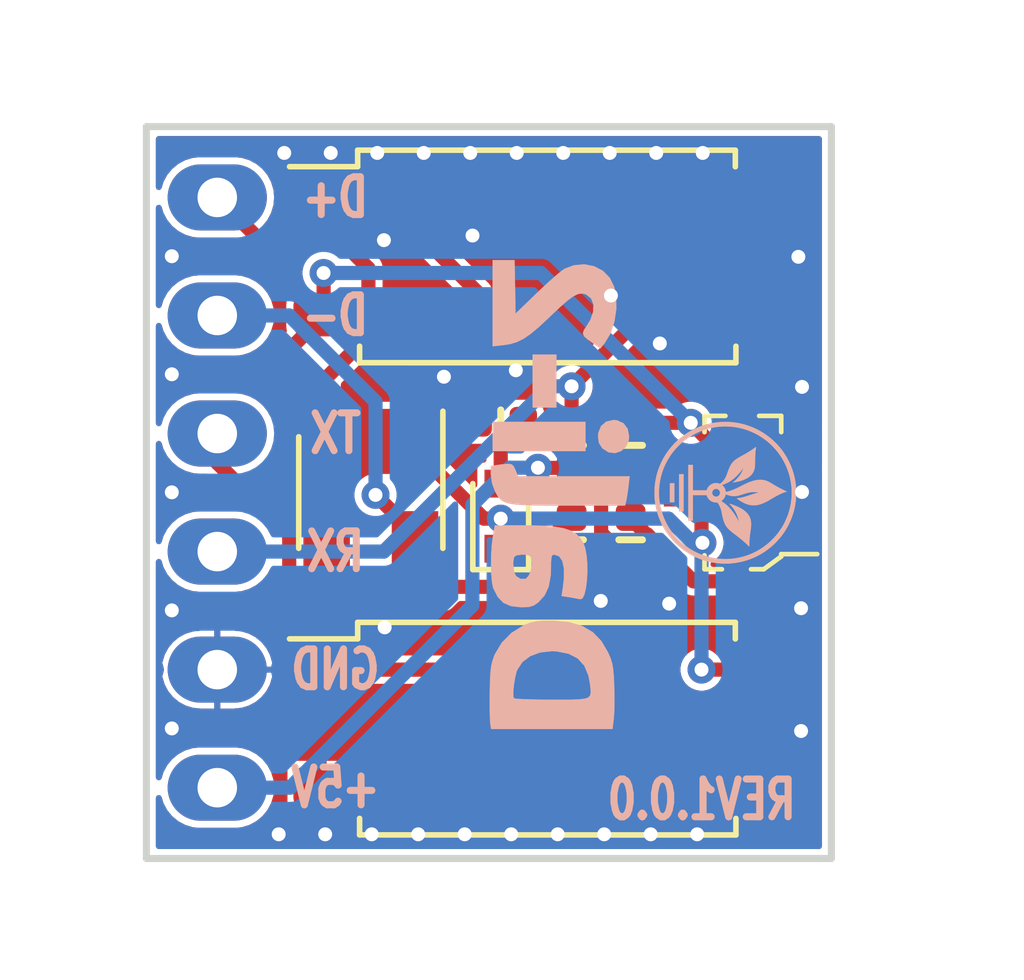
<source format=kicad_pcb>
(kicad_pcb (version 20211014) (generator pcbnew)
  (layers (0 "F.Cu" signal) (31 "B.Cu" signal) (34 "B.Paste" user) (35 "F.Paste" user) (36 "B.SilkS" user "B.Silkscreen") (37 "F.SilkS" user "F.Silkscreen") (38 "B.Mask" user) (39 "F.Mask" user) (44 "Edge.Cuts" user))
  (net 0 "")
  (net 1 "-dali")
  (net 2 "Net-(D1-Pad3)")
  (net 3 "+dali")
  (net 4 "Net-(D1-Pad1)")
  (net 5 "Net-(D2-Pad2)")
  (net 6 "dali_TX_(Any_GPIO)")
  (net 7 "dali_RX_(Interrupt_pin)")
  (net 8 "Net-(Q1-Pad1)")
  (net 9 "Net-(R1-Pad2)")
  (net 10 "Net-(R2-Pad1)")
  (net 11 "Net-(R3-Pad2)")
  (net 12 "+5V")
  (net 13 "GND")
  (footprint "GS_Local:SOT-143" (layer "F.Cu") (at 147.447 78.105 -90)
    (fp_text reference "D1")
    (fp_text value "BGX_50A_E6327")
    (pad "1" smd rect locked (at -1.1 -0.77 180) (size 1.2 1.4) (layers "F.Cu" "F.Paste" "F.Mask") (net 4 "Net-(D1-Pad1)"))
    (pad "2" smd rect locked (at -1.1 0.95 180) (size 1 1.4) (layers "F.Cu" "F.Paste" "F.Mask") (net 3 "+dali"))
    (pad "3" smd rect locked (at 1.1 0.95 180) (size 1 1.4) (layers "F.Cu" "F.Paste" "F.Mask") (net 2 "Net-(D1-Pad3)"))
    (pad "4" smd rect locked (at 1.1 -0.95 180) (size 1 1.4) (layers "F.Cu" "F.Paste" "F.Mask") (net 1 "-dali"))
  )
  (footprint "GS_Local:SOD-523" (layer "F.Cu") (at 150.241 78.613 90)
    (fp_text reference "D2")
    (fp_text value "D_Zener")
    (pad "1" smd rect locked (at -0.7 0 270) (size 0.6 0.7) (layers "F.Cu" "F.Paste" "F.Mask") (net 4 "Net-(D1-Pad1)"))
    (pad "2" smd rect locked (at 0.7 0 270) (size 0.6 0.7) (layers "F.Cu" "F.Paste" "F.Mask") (net 5 "Net-(D2-Pad2)"))
  )
  (footprint "GS_Local:SOT-23-3" (layer "F.Cu") (at 155.448 78.105 180)
    (fp_text reference "Q1")
    (fp_text value "MMBT2222A-TP")
    (pad "1" smd rect locked (at -1.05 -0.95 180) (size 1.3 0.6) (layers "F.Cu" "F.Paste" "F.Mask") (net 8 "Net-(Q1-Pad1)"))
    (pad "2" smd rect locked (at -1.05 0.95 180) (size 1.3 0.6) (layers "F.Cu" "F.Paste" "F.Mask") (net 2 "Net-(D1-Pad3)"))
    (pad "3" smd rect locked (at 1.05 0 180) (size 1.3 0.6) (layers "F.Cu" "F.Paste" "F.Mask") (net 4 "Net-(D1-Pad1)"))
  )
  (footprint "GS_Local:R_0402_alt" (layer "F.Cu") (at 151.765 79.121 -90)
    (fp_text reference "R1")
    (fp_text value "330")
    (pad "1" smd roundrect locked (at -0.485 0 270) (size 0.59 0.64) (layers "F.Cu" "F.Paste" "F.Mask") (net 6 "dali_TX_(Any_GPIO)"))
    (pad "2" smd roundrect locked (at 0.485 0 270) (size 0.59 0.64) (layers "F.Cu" "F.Paste" "F.Mask") (net 9 "Net-(R1-Pad2)"))
  )
  (footprint "GS_Local:R_0402_alt" (layer "F.Cu") (at 153.035 79.121 90)
    (fp_text reference "R2")
    (fp_text value "120")
    (pad "1" smd roundrect locked (at -0.485 0 90) (size 0.59 0.64) (layers "F.Cu" "F.Paste" "F.Mask") (net 10 "Net-(R2-Pad1)"))
    (pad "2" smd roundrect locked (at 0.485 0 90) (size 0.59 0.64) (layers "F.Cu" "F.Paste" "F.Mask") (net 8 "Net-(Q1-Pad1)"))
  )
  (footprint "GS_Local:R_0402_alt" (layer "F.Cu") (at 150.241 76.581 180)
    (fp_text reference "R3")
    (fp_text value "2.2k")
    (pad "1" smd roundrect locked (at -0.485 0 180) (size 0.59 0.64) (layers "F.Cu" "F.Paste" "F.Mask") (net 5 "Net-(D2-Pad2)"))
    (pad "2" smd roundrect locked (at 0.485 0 180) (size 0.59 0.64) (layers "F.Cu" "F.Paste" "F.Mask") (net 11 "Net-(R3-Pad2)"))
  )
  (footprint "GS_Local:R_0402_alt" (layer "F.Cu") (at 153.035 77.089 90)
    (fp_text reference "R4")
    (fp_text value "1k")
    (pad "1" smd roundrect locked (at -0.485 0 90) (size 0.59 0.64) (layers "F.Cu" "F.Paste" "F.Mask") (net 10 "Net-(R2-Pad1)"))
    (pad "2" smd roundrect locked (at 0.485 0 90) (size 0.59 0.64) (layers "F.Cu" "F.Paste" "F.Mask") (net 2 "Net-(D1-Pad3)"))
  )
  (footprint "GS_Local:R_0402_alt" (layer "F.Cu") (at 151.765 77.089 90)
    (fp_text reference "R5")
    (fp_text value "10k")
    (pad "1" smd roundrect locked (at -0.485 0 90) (size 0.59 0.64) (layers "F.Cu" "F.Paste" "F.Mask") (net 12 "+5V"))
    (pad "2" smd roundrect locked (at 0.485 0 90) (size 0.59 0.64) (layers "F.Cu" "F.Paste" "F.Mask") (net 7 "dali_RX_(Interrupt_pin)"))
  )
  (footprint "GS_Local:SOP-4_P2.54_300mil" (layer "F.Cu") (at 151.257 83.185)
    (fp_text reference "U1")
    (fp_text value "TCLT1000")
    (pad "1" smd roundrect locked (at -4.825 -1.27) (size 1.3 0.9) (layers "F.Cu" "F.Paste" "F.Mask") (net 9 "Net-(R1-Pad2)"))
    (pad "2" smd roundrect locked (at -4.825 1.27) (size 1.3 0.9) (layers "F.Cu" "F.Paste" "F.Mask") (net 13 "GND"))
    (pad "3" smd roundrect locked (at 4.825 1.27) (size 1.3 0.9) (layers "F.Cu" "F.Paste" "F.Mask") (net 10 "Net-(R2-Pad1)"))
    (pad "4" smd roundrect locked (at 4.825 -1.27) (size 1.3 0.9) (layers "F.Cu" "F.Paste" "F.Mask") (net 4 "Net-(D1-Pad1)"))
  )
  (footprint "GS_Local:SOP-4_P2.54_300mil" (layer "F.Cu") (at 151.257 73.025)
    (fp_text reference "U2")
    (fp_text value "TCLT1000")
    (pad "1" smd roundrect locked (at -4.825 -1.27) (size 1.3 0.9) (layers "F.Cu" "F.Paste" "F.Mask") (net 11 "Net-(R3-Pad2)"))
    (pad "2" smd roundrect locked (at -4.825 1.27) (size 1.3 0.9) (layers "F.Cu" "F.Paste" "F.Mask") (net 2 "Net-(D1-Pad3)"))
    (pad "3" smd roundrect locked (at 4.825 1.27) (size 1.3 0.9) (layers "F.Cu" "F.Paste" "F.Mask") (net 13 "GND"))
    (pad "4" smd roundrect locked (at 4.825 -1.27) (size 1.3 0.9) (layers "F.Cu" "F.Paste" "F.Mask") (net 7 "dali_RX_(Interrupt_pin)"))
  )
  (footprint "GS_Local:PinHeader_1x06_P2.54mm_Vertical_Male" (layer "F.Cu") (at 144.145 71.755)
    (fp_text reference "J1")
    (fp_text value "Conn_01x06")
    (pad "1" thru_hole oval locked (at 0 0) (size 2.1336 1.4224) (drill 0.849884) (layers *.Cu *.Mask) (net 3 "+dali"))
    (pad "2" thru_hole oval locked (at 0 2.54) (size 2.1336 1.4224) (drill 0.849884) (layers *.Cu *.Mask) (net 1 "-dali"))
    (pad "3" thru_hole oval locked (at 0 5.08) (size 2.1336 1.4224) (drill 0.849884) (layers *.Cu *.Mask) (net 6 "dali_TX_(Any_GPIO)"))
    (pad "4" thru_hole oval locked (at 0 7.62) (size 2.1336 1.4224) (drill 0.849884) (layers *.Cu *.Mask) (net 7 "dali_RX_(Interrupt_pin)"))
    (pad "5" thru_hole oval locked (at 0 10.16) (size 2.1336 1.4224) (drill 0.849884) (layers *.Cu *.Mask) (net 13 "GND"))
    (pad "6" thru_hole oval locked (at 0 12.7) (size 2.1336 1.4224) (drill 0.849884) (layers *.Cu *.Mask) (net 12 "+5V"))
  )
  (footprint "GS_Branding:GS_Logo2_3x3" (layer "B.Cu") (at 155.071 78.109 90)
    (fp_text reference "G***")
    (fp_text value "LOGO")
  )
  (footprint "GS_Branding:GS_.Dali-2_10.3x3.2" (layer "B.Cu") (at 151.515 78.109 90)
    (fp_text reference "G***" hide)
    (fp_text value "LOGO" hide)
  )
  (gr_line (start 157.353 70.231) (end 157.353 85.979) (layer "Edge.Cuts") (width 0.1524))
  (gr_line (start 142.621 70.231) (end 157.353 70.231) (layer "Edge.Cuts") (width 0.1524))
  (gr_line (start 142.621 85.979) (end 142.621 70.231) (layer "Edge.Cuts") (width 0.1524))
  (gr_line (start 157.353 85.979) (end 142.621 85.979) (layer "Edge.Cuts") (width 0.1524))
  (gr_text "REV1.0.0" (at 154.563 84.713) (layer "B.SilkS") (effects (font (size 0.8128 0.6096) (thickness 0.1524)) (justify mirror)))
  (gr_text "GND" (at 146.685 81.915) (layer "B.SilkS") (effects (font (size 0.8128 0.6096) (thickness 0.1524)) (justify mirror)))
  (gr_text "D-" (at 146.685 74.295) (layer "B.SilkS") (effects (font (size 0.8128 0.6096) (thickness 0.1524)) (justify mirror)))
  (gr_text "D+" (at 146.685 71.755) (layer "B.SilkS") (effects (font (size 0.8128 0.6096) (thickness 0.1524)) (justify mirror)))
  (gr_text "TX" (at 146.685 76.835) (layer "B.SilkS") (effects (font (size 0.8128 0.6096) (thickness 0.1524)) (justify mirror)))
  (gr_text "+5V" (at 146.685 84.455) (layer "B.SilkS") (effects (font (size 0.8128 0.6096) (thickness 0.1524)) (justify mirror)))
  (gr_text "RX" (at 146.685 79.375) (layer "B.SilkS") (effects (font (size 0.8128 0.6096) (thickness 0.1524)) (justify mirror)))
  (segment (start 148.397 79.0042) (end 147.5486 78.1558) (width 0.3048) (layer "F.Cu") (net 1))
  (segment (start 148.397 79.205) (end 148.397 79.0042) (width 0.3048) (layer "F.Cu") (net 1))
  (via (at 147.5486 78.1558) (size 0.6) (drill 0.3) (layers "F.Cu" "B.Cu") (net 1))
  (segment (start 147.5486 78.1558) (end 147.5486 76.1492) (width 0.3048) (layer "B.Cu") (net 1))
  (segment (start 147.5486 76.1492) (end 145.6944 74.295) (width 0.3048) (layer "B.Cu") (net 1))
  (segment (start 145.6944 74.295) (end 144.145 74.295) (width 0.3048) (layer "B.Cu") (net 1))
  (segment (start 145.695 78.203) (end 146.497 79.005) (width 0.3048) (layer "F.Cu") (net 2))
  (segment (start 146.432 74.295) (end 145.695 75.032) (width 0.3048) (layer "F.Cu") (net 2))
  (segment (start 145.695 77.951642) (end 145.695 78.203) (width 0.3048) (layer "F.Cu") (net 2))
  (segment (start 145.695 75.032) (end 145.695 76.058358) (width 0.3048) (layer "F.Cu") (net 2))
  (segment (start 154.879 77.155) (end 156.498 77.155) (width 0.3048) (layer "F.Cu") (net 2))
  (segment (start 145.692199 76.061159) (end 145.692199 77.948841) (width 0.3048) (layer "F.Cu") (net 2))
  (segment (start 146.432 74.295) (end 146.432 73.3816) (width 0.3048) (layer "F.Cu") (net 2))
  (segment (start 154.328 76.604) (end 154.879 77.155) (width 0.3048) (layer "F.Cu") (net 2))
  (segment (start 146.432 73.3816) (end 146.431 73.3806) (width 0.3048) (layer "F.Cu") (net 2))
  (segment (start 146.497 79.005) (end 146.497 79.205) (width 0.3048) (layer "F.Cu") (net 2))
  (segment (start 145.695 76.058358) (end 145.692199 76.061159) (width 0.3048) (layer "F.Cu") (net 2))
  (segment (start 145.692199 77.948841) (end 145.695 77.951642) (width 0.3048) (layer "F.Cu") (net 2))
  (segment (start 153.035 76.604) (end 154.328 76.604) (width 0.3048) (layer "F.Cu") (net 2))
  (via (at 146.431 73.3806) (size 0.6) (drill 0.3) (layers "F.Cu" "B.Cu") (net 2))
  (via (at 154.328 76.604) (size 0.6) (drill 0.3) (layers "F.Cu" "B.Cu") (net 2))
  (segment (start 151.1046 73.3806) (end 154.328 76.604) (width 0.3048) (layer "B.Cu") (net 2))
  (segment (start 146.431 73.3806) (end 151.1046 73.3806) (width 0.3048) (layer "B.Cu") (net 2))
  (segment (start 146.497 77.005) (end 146.497 75.629266) (width 0.3048) (layer "F.Cu") (net 3))
  (segment (start 145.0086 72.6186) (end 144.145 71.755) (width 0.3048) (layer "F.Cu") (net 3))
  (segment (start 146.7358 72.6186) (end 145.0086 72.6186) (width 0.3048) (layer "F.Cu") (net 3))
  (segment (start 146.497 75.629266) (end 147.38681 74.739456) (width 0.3048) (layer "F.Cu") (net 3))
  (segment (start 147.38681 74.63459) (end 147.395 74.6264) (width 0.3048) (layer "F.Cu") (net 3))
  (segment (start 147.395 73.2778) (end 146.7358 72.6186) (width 0.3048) (layer "F.Cu") (net 3))
  (segment (start 147.38681 74.739456) (end 147.38681 74.63459) (width 0.3048) (layer "F.Cu") (net 3))
  (segment (start 147.395 74.6264) (end 147.395 73.2778) (width 0.3048) (layer "F.Cu") (net 3))
  (segment (start 154.305 78.266) (end 154.144 78.105) (width 0.3048) (layer "F.Cu") (net 4))
  (segment (start 149.877402 78.665402) (end 150.241 78.665402) (width 0.3048) (layer "F.Cu") (net 4))
  (segment (start 154.559 78.266) (end 154.559 79.165024) (width 0.3048) (layer "F.Cu") (net 4))
  (segment (start 148.217 77.005) (end 149.877402 78.665402) (width 0.3048) (layer "F.Cu") (net 4))
  (segment (start 154.559 79.165024) (end 154.579416 79.18544) (width 0.3048) (layer "F.Cu") (net 4))
  (segment (start 150.241 79.313) (end 150.241 78.665402) (width 0.3048) (layer "F.Cu") (net 4))
  (segment (start 156.082 81.915) (end 154.559 81.915) (width 0.3048) (layer "F.Cu") (net 4))
  (via (at 154.579416 79.18544) (size 0.6) (drill 0.3) (layers "F.Cu" "B.Cu") (net 4))
  (via (at 150.241 78.665402) (size 0.6) (drill 0.3) (layers "F.Cu" "B.Cu") (net 4))
  (via (at 154.559 81.915) (size 0.6) (drill 0.3) (layers "F.Cu" "B.Cu") (net 4))
  (segment (start 153.849402 78.665402) (end 154.36944 79.18544) (width 0.3048) (layer "B.Cu") (net 4))
  (segment (start 154.36944 79.18544) (end 154.579416 79.18544) (width 0.3048) (layer "B.Cu") (net 4))
  (segment (start 150.241 78.665402) (end 153.8478 78.665402) (width 0.3048) (layer "B.Cu") (net 4))
  (segment (start 154.559 79.205856) (end 154.579416 79.18544) (width 0.3048) (layer "B.Cu") (net 4))
  (segment (start 154.559 81.915) (end 154.559 79.205856) (width 0.3048) (layer "B.Cu") (net 4))
  (segment (start 150.241 77.066) (end 150.726 76.581) (width 0.3048) (layer "F.Cu") (net 5))
  (segment (start 150.241 77.913) (end 150.241 77.066) (width 0.3048) (layer "F.Cu") (net 5))
  (segment (start 149.201801 80.148841) (end 149.201801 80.133601) (width 0.3048) (layer "F.Cu") (net 6))
  (segment (start 147.395 80.505) (end 147.395 80.46796) (width 0.3048) (layer "F.Cu") (net 6))
  (segment (start 147.395 80.46796) (end 147.50796 80.355) (width 0.3048) (layer "F.Cu") (net 6))
  (segment (start 144.145 77.47) (end 145.692199 79.017199) (width 0.3048) (layer "F.Cu") (net 6))
  (segment (start 146.048358 80.505) (end 147.395 80.505) (width 0.3048) (layer "F.Cu") (net 6))
  (segment (start 150.650799 80.133601) (end 151.0284 79.756) (width 0.3048) (layer "F.Cu") (net 6))
  (segment (start 145.692199 80.148841) (end 146.048358 80.505) (width 0.3048) (layer "F.Cu") (net 6))
  (segment (start 144.145 76.835) (end 144.145 77.47) (width 0.3048) (layer "F.Cu") (net 6))
  (segment (start 151.0284 79.756) (end 151.0284 79.3726) (width 0.3048) (layer "F.Cu") (net 6))
  (segment (start 149.201801 80.133601) (end 150.650799 80.133601) (width 0.3048) (layer "F.Cu") (net 6))
  (segment (start 147.50796 80.355) (end 148.995642 80.355) (width 0.3048) (layer "F.Cu") (net 6))
  (segment (start 145.692199 79.017199) (end 145.692199 80.148841) (width 0.3048) (layer "F.Cu") (net 6))
  (segment (start 151.0284 79.3726) (end 151.765 78.636) (width 0.3048) (layer "F.Cu") (net 6))
  (segment (start 148.995642 80.355) (end 149.201801 80.148841) (width 0.3048) (layer "F.Cu") (net 6))
  (segment (start 156.082 71.755) (end 155.829008 71.755) (width 0.3048) (layer "F.Cu") (net 7))
  (segment (start 151.765 75.819008) (end 151.765008 75.819) (width 0.3048) (layer "F.Cu") (net 7))
  (segment (start 151.765 76.604) (end 151.765 75.819008) (width 0.3048) (layer "F.Cu") (net 7))
  (segment (start 155.829008 71.755) (end 151.765008 75.819) (width 0.3048) (layer "F.Cu") (net 7))
  (via (at 151.765008 75.819) (size 0.6) (drill 0.3) (layers "F.Cu" "B.Cu") (net 7))
  (segment (start 151.281 75.819) (end 151.765008 75.819) (width 0.3048) (layer "B.Cu") (net 7))
  (segment (start 147.725 79.375) (end 151.281 75.819) (width 0.3048) (layer "B.Cu") (net 7))
  (segment (start 144.145 79.375) (end 147.725 79.375) (width 0.3048) (layer "B.Cu") (net 7))
  (segment (start 154.38475 80.01525) (end 155.53775 80.01525) (width 0.3048) (layer "F.Cu") (net 8))
  (segment (start 153.65981 79.29031) (end 154.38475 80.01525) (width 0.3048) (layer "F.Cu") (net 8))
  (segment (start 155.53775 80.01525) (end 156.498 79.055) (width 0.3048) (layer "F.Cu") (net 8))
  (segment (start 153.035 78.636) (end 153.035 78.6655) (width 0.1524) (layer "F.Cu") (net 8))
  (segment (start 153.65981 79.271146) (end 153.65981 79.29031) (width 0.3048) (layer "F.Cu") (net 8))
  (segment (start 153.37569 79.00619) (end 153.394854 79.00619) (width 0.3048) (layer "F.Cu") (net 8))
  (segment (start 153.035 78.6655) (end 153.37569 79.00619) (width 0.3048) (layer "F.Cu") (net 8))
  (segment (start 153.394854 79.00619) (end 153.65981 79.271146) (width 0.3048) (layer "F.Cu") (net 8))
  (segment (start 149.456 81.915) (end 149.835 81.915) (width 0.3048) (layer "F.Cu") (net 9))
  (segment (start 146.432 81.915) (end 149.456 81.915) (width 0.3048) (layer "F.Cu") (net 9))
  (segment (start 149.835 81.915) (end 151.765 79.985) (width 0.3048) (layer "F.Cu") (net 9))
  (segment (start 151.765 79.985) (end 151.765 79.606) (width 0.3048) (layer "F.Cu") (net 9))
  (segment (start 154.94 84.455) (end 156.082 84.455) (width 0.3048) (layer "F.Cu") (net 10))
  (segment (start 152.4 78.971) (end 153.035 79.606) (width 0.3048) (layer "F.Cu") (net 10))
  (segment (start 153.035 82.55) (end 154.94 84.455) (width 0.3048) (layer "F.Cu") (net 10))
  (segment (start 153.035 77.574) (end 152.4 78.209) (width 0.3048) (layer "F.Cu") (net 10))
  (segment (start 152.4 78.209) (end 152.4 78.971) (width 0.3048) (layer "F.Cu") (net 10))
  (segment (start 153.035 79.606) (end 153.035 82.55) (width 0.3048) (layer "F.Cu") (net 10))
  (segment (start 146.432 71.755) (end 147.701 71.755) (width 0.3048) (layer "F.Cu") (net 11))
  (segment (start 147.701 71.755) (end 149.756 73.81) (width 0.3048) (layer "F.Cu") (net 11))
  (segment (start 149.756 73.81) (end 149.756 76.581) (width 0.3048) (layer "F.Cu") (net 11))
  (segment (start 151.765 77.574) (end 151.045018 77.574) (width 0.3048) (layer "F.Cu") (net 12))
  (segment (start 151.045018 77.574) (end 151.041389 77.570371) (width 0.3048) (layer "F.Cu") (net 12))
  (via (at 151.041389 77.570371) (size 0.6) (drill 0.3) (layers "F.Cu" "B.Cu") (net 12))
  (segment (start 149.6314 78.3686) (end 149.6314 80.53324) (width 0.3048) (layer "B.Cu") (net 12))
  (segment (start 150.429629 77.570371) (end 149.6314 78.3686) (width 0.3048) (layer "B.Cu") (net 12))
  (segment (start 151.041389 77.570371) (end 150.429629 77.570371) (width 0.3048) (layer "B.Cu") (net 12))
  (segment (start 145.70964 84.455) (end 144.145 84.455) (width 0.3048) (layer "B.Cu") (net 12))
  (segment (start 149.6314 80.53324) (end 145.70964 84.455) (width 0.3048) (layer "B.Cu") (net 12))
  (via (at 143.1671 73.01992) (size 0.6) (drill 0.3) (layers "F.Cu" "B.Cu") (net 13))
  (via (at 143.1671 75.55992) (size 0.6) (drill 0.3) (layers "F.Cu" "B.Cu") (net 13))
  (via (at 143.1671 78.09992) (size 0.6) (drill 0.3) (layers "F.Cu" "B.Cu") (net 13))
  (via (at 143.1671 80.63992) (size 0.6) (drill 0.3) (layers "F.Cu" "B.Cu") (net 13))
  (via (at 143.1671 83.17992) (size 0.6) (drill 0.3) (layers "F.Cu" "B.Cu") (net 13))
  (via (at 146.4658 85.4583) (size 0.6) (drill 0.3) (layers "F.Cu" "B.Cu") (net 13))
  (via (at 147.4658 85.4583) (size 0.6) (drill 0.3) (layers "F.Cu" "B.Cu") (net 13))
  (via (at 148.4658 85.4583) (size 0.6) (drill 0.3) (layers "F.Cu" "B.Cu") (net 13))
  (via (at 149.4658 85.4583) (size 0.6) (drill 0.3) (layers "F.Cu" "B.Cu") (net 13))
  (via (at 150.4658 85.4583) (size 0.6) (drill 0.3) (layers "F.Cu" "B.Cu") (net 13))
  (via (at 151.4658 85.4583) (size 0.6) (drill 0.3) (layers "F.Cu" "B.Cu") (net 13))
  (via (at 152.4658 85.4583) (size 0.6) (drill 0.3) (layers "F.Cu" "B.Cu") (net 13))
  (via (at 153.4658 85.4583) (size 0.6) (drill 0.3) (layers "F.Cu" "B.Cu") (net 13))
  (via (at 154.4658 85.4583) (size 0.6) (drill 0.3) (layers "F.Cu" "B.Cu") (net 13))
  (via (at 145.58518 70.79742) (size 0.6) (drill 0.3) (layers "F.Cu" "B.Cu") (net 13))
  (via (at 146.58518 70.79742) (size 0.6) (drill 0.3) (layers "F.Cu" "B.Cu") (net 13))
  (via (at 147.58518 70.79742) (size 0.6) (drill 0.3) (layers "F.Cu" "B.Cu") (net 13))
  (via (at 148.58518 70.79742) (size 0.6) (drill 0.3) (layers "F.Cu" "B.Cu") (net 13))
  (via (at 149.58518 70.79742) (size 0.6) (drill 0.3) (layers "F.Cu" "B.Cu") (net 13))
  (via (at 150.58518 70.79742) (size 0.6) (drill 0.3) (layers "F.Cu" "B.Cu") (net 13))
  (via (at 151.58518 70.79742) (size 0.6) (drill 0.3) (layers "F.Cu" "B.Cu") (net 13))
  (via (at 152.58518 70.79742) (size 0.6) (drill 0.3) (layers "F.Cu" "B.Cu") (net 13))
  (via (at 153.58518 70.79742) (size 0.6) (drill 0.3) (layers "F.Cu" "B.Cu") (net 13))
  (via (at 154.58518 70.79742) (size 0.6) (drill 0.3) (layers "F.Cu" "B.Cu") (net 13))
  (via (at 156.6418 73.03262) (size 0.6) (drill 0.3) (layers "F.Cu" "B.Cu") (net 13))
  (via (at 156.72054 75.8317) (size 0.6) (drill 0.3) (layers "F.Cu" "B.Cu") (net 13))
  (via (at 156.72054 78.0923) (size 0.6) (drill 0.3) (layers "F.Cu" "B.Cu") (net 13))
  (via (at 156.70022 80.5942) (size 0.6) (drill 0.3) (layers "F.Cu" "B.Cu") (net 13))
  (via (at 156.70022 83.2358) (size 0.6) (drill 0.3) (layers "F.Cu" "B.Cu") (net 13))
  (via (at 152.39238 80.43672) (size 0.6) (drill 0.3) (layers "F.Cu" "B.Cu") (net 13))
  (via (at 153.86304 80.49514) (size 0.6) (drill 0.3) (layers "F.Cu" "B.Cu") (net 13))
  (via (at 150.56612 75.47356) (size 0.6) (drill 0.3) (layers "F.Cu" "B.Cu") (net 13))
  (via (at 149.01926 75.61326) (size 0.6) (drill 0.3) (layers "F.Cu" "B.Cu") (net 13))
  (via (at 147.72894 72.67448) (size 0.6) (drill 0.3) (layers "F.Cu" "B.Cu") (net 13))
  (via (at 149.63394 72.57542) (size 0.6) (drill 0.3) (layers "F.Cu" "B.Cu") (net 13))
  (via (at 153.66238 74.89698) (size 0.6) (drill 0.3) (layers "F.Cu" "B.Cu") (net 13))
  (via (at 152.61082 73.86574) (size 0.6) (drill 0.3) (layers "F.Cu" "B.Cu") (net 13))
  (via (at 147.745 81.005) (size 0.6) (drill 0.3) (layers "F.Cu" "B.Cu") (net 13))
  (via (at 145.4658 85.4583) (size 0.6) (drill 0.3) (layers "F.Cu" "B.Cu") (net 13))
  (zone (net 13) (net_name "GND") (layer "F.Cu") (connect_pads (clearance 0.127)) (min_thickness 0.127) (fill yes (thermal_gap 0.127) (thermal_bridge_width 0.12954))
    (polygon (pts (xy 157.353 85.979) (xy 142.621 85.979) (xy 142.621 70.231) (xy 157.353 70.231)))
  )
  (zone (net 13) (net_name "GND") (layer "B.Cu") (connect_pads (clearance 0.127)) (min_thickness 0.127) (fill yes (thermal_gap 0.127) (thermal_bridge_width 0.12954))
    (polygon (pts (xy 157.353 85.979) (xy 142.621 85.979) (xy 142.621 70.231) (xy 157.353 70.231)))
  )
)
</source>
